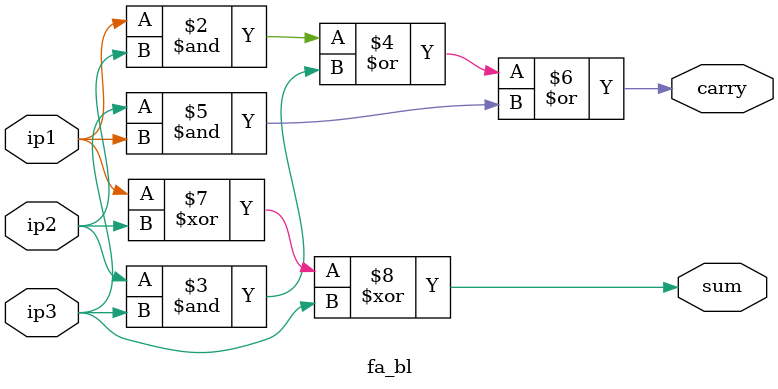
<source format=v>
`timescale 1ns / 1ps

// Author : Venu Pabbuleti 
// ID     : N180116
//Branch  : ECE
//Project : RTL design using Verilog
//Design  :Full Adder using Behavioral Level Model
//Module  :Main Design Module
//RGUKT NUZVID 
//////////////////////////////////////////////////////////////////////////////////
module fa_bl(ip1,ip2,ip3,carry,sum);
input ip1,ip2,ip3;
output reg carry,sum;

always @(ip1,ip2,ip3)begin
    carry=(ip1&ip2)|(ip2&ip3)|(ip3&ip1);
    sum=ip1^ip2^ip3;
end
endmodule  

</source>
